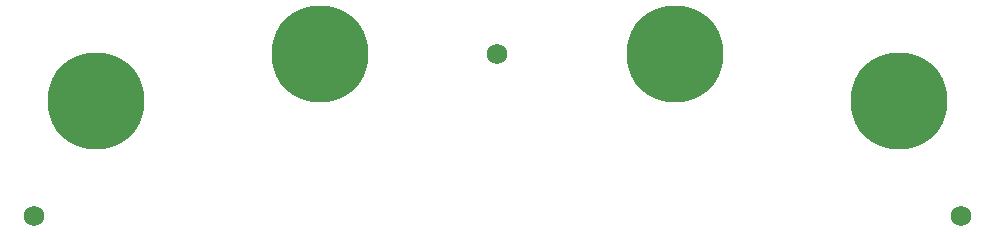
<source format=gbs>
G04*
G04 #@! TF.GenerationSoftware,Altium Limited,Altium Designer,21.9.1 (22)*
G04*
G04 Layer_Color=16711935*
%FSLAX42Y42*%
%MOMM*%
G71*
G04*
G04 #@! TF.SameCoordinates,F8A71F8A-6355-44F6-9634-A5E8768D9E0F*
G04*
G04*
G04 #@! TF.FilePolarity,Negative*
G04*
G01*
G75*
%ADD11C,1.73*%
%ADD12C,8.20*%
D11*
X5969Y3262D02*
D03*
X9894Y1887D02*
D03*
X2044D02*
D03*
D12*
X9369Y2862D02*
D03*
X7469Y3262D02*
D03*
X4469D02*
D03*
X2569Y2862D02*
D03*
M02*

</source>
